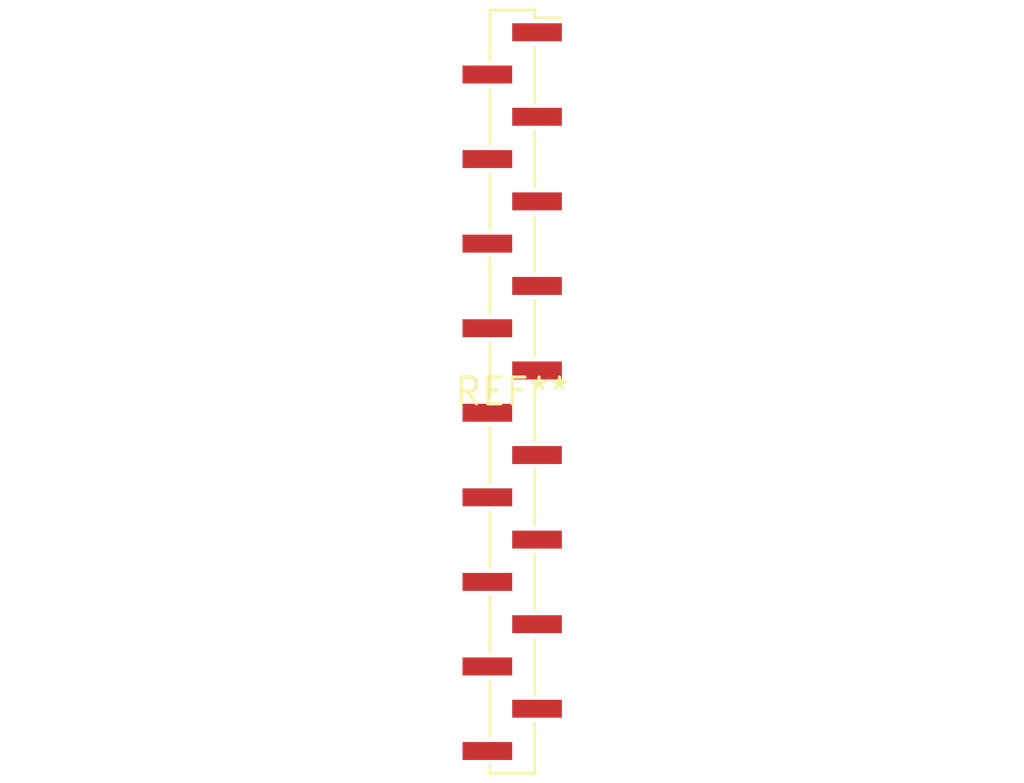
<source format=kicad_pcb>
(kicad_pcb (version 20240108) (generator pcbnew)
  (layers (0 "F.Cu" signal) (31 "B.Cu" signal) (34 "B.Paste" user) (35 "F.Paste" user) (36 "B.SilkS" user "B.Silkscreen") (37 "F.SilkS" user "F.Silkscreen") (38 "B.Mask" user) (39 "F.Mask" user) (44 "Edge.Cuts" user))
  (net 0 "")
  (footprint "PinHeader_1x18_P2.00mm_Vertical_SMD_Pin1Right" (layer "F.Cu") (at 0 0)
    (property "Reference" "REF**")
    (property "Value" "PinHeader_1x18_P2.00mm_Vertical_SMD_Pin1Right")
    (fp_line (start -1.06 -18.06) (end -1.06 -15.685) (layer "F.SilkS") (stroke (width 0.12)))
    (fp_line (start -1.06 -18.06) (end 1.06 -18.06) (layer "F.SilkS") (stroke (width 0.12)))
    (fp_line (start -1.06 -14.315) (end -1.06 -11.685) (layer "F.SilkS") (stroke (width 0.12)))
    (fp_line (start -1.06 -10.315) (end -1.06 -7.685) (layer "F.SilkS") (stroke (width 0.12)))
    (fp_line (start -1.06 -6.315) (end -1.06 -3.685) (layer "F.SilkS") (stroke (width 0.12)))
    (fp_line (start -1.06 -2.315) (end -1.06 0.315) (layer "F.SilkS") (stroke (width 0.12)))
    (fp_line (start -1.06 1.685) (end -1.06 4.315) (layer "F.SilkS") (stroke (width 0.12)))
    (fp_line (start -1.06 5.685) (end -1.06 8.315) (layer "F.SilkS") (stroke (width 0.12)))
    (fp_line (start -1.06 9.685) (end -1.06 12.315) (layer "F.SilkS") (stroke (width 0.12)))
    (fp_line (start -1.06 13.685) (end -1.06 16.315) (layer "F.SilkS") (stroke (width 0.12)))
    (fp_line (start -1.06 17.685) (end -1.06 18.06) (layer "F.SilkS") (stroke (width 0.12)))
    (fp_line (start -1.06 18.06) (end 1.06 18.06) (layer "F.SilkS") (stroke (width 0.12)))
    (fp_line (start 1.06 -18.06) (end 1.06 -17.685) (layer "F.SilkS") (stroke (width 0.12)))
    (fp_line (start 1.06 -17.685) (end 2.29 -17.685) (layer "F.SilkS") (stroke (width 0.12)))
    (fp_line (start 1.06 -16.315) (end 1.06 -13.685) (layer "F.SilkS") (stroke (width 0.12)))
    (fp_line (start 1.06 -12.315) (end 1.06 -9.685) (layer "F.SilkS") (stroke (width 0.12)))
    (fp_line (start 1.06 -8.315) (end 1.06 -5.685) (layer "F.SilkS") (stroke (width 0.12)))
    (fp_line (start 1.06 -4.315) (end 1.06 -1.685) (layer "F.SilkS") (stroke (width 0.12)))
    (fp_line (start 1.06 -0.315) (end 1.06 2.315) (layer "F.SilkS") (stroke (width 0.12)))
    (fp_line (start 1.06 3.685) (end 1.06 6.315) (layer "F.SilkS") (stroke (width 0.12)))
    (fp_line (start 1.06 7.685) (end 1.06 10.315) (layer "F.SilkS") (stroke (width 0.12)))
    (fp_line (start 1.06 11.685) (end 1.06 14.315) (layer "F.SilkS") (stroke (width 0.12)))
    (fp_line (start 1.06 15.685) (end 1.06 18.06) (layer "F.SilkS") (stroke (width 0.12)))
    (pad "1" smd rect (at 1.175 -17) (size 2.35 0.85) (layers "F.Cu" "F.Paste" "F.Mask"))
    (pad "2" smd rect (at -1.175 -15) (size 2.35 0.85) (layers "F.Cu" "F.Paste" "F.Mask"))
    (pad "3" smd rect (at 1.175 -13) (size 2.35 0.85) (layers "F.Cu" "F.Paste" "F.Mask"))
    (pad "4" smd rect (at -1.175 -11) (size 2.35 0.85) (layers "F.Cu" "F.Paste" "F.Mask"))
    (pad "5" smd rect (at 1.175 -9) (size 2.35 0.85) (layers "F.Cu" "F.Paste" "F.Mask"))
    (pad "6" smd rect (at -1.175 -7) (size 2.35 0.85) (layers "F.Cu" "F.Paste" "F.Mask"))
    (pad "7" smd rect (at 1.175 -5) (size 2.35 0.85) (layers "F.Cu" "F.Paste" "F.Mask"))
    (pad "8" smd rect (at -1.175 -3) (size 2.35 0.85) (layers "F.Cu" "F.Paste" "F.Mask"))
    (pad "9" smd rect (at 1.175 -1) (size 2.35 0.85) (layers "F.Cu" "F.Paste" "F.Mask"))
    (pad "10" smd rect (at -1.175 1) (size 2.35 0.85) (layers "F.Cu" "F.Paste" "F.Mask"))
    (pad "11" smd rect (at 1.175 3) (size 2.35 0.85) (layers "F.Cu" "F.Paste" "F.Mask"))
    (pad "12" smd rect (at -1.175 5) (size 2.35 0.85) (layers "F.Cu" "F.Paste" "F.Mask"))
    (pad "13" smd rect (at 1.175 7) (size 2.35 0.85) (layers "F.Cu" "F.Paste" "F.Mask"))
    (pad "14" smd rect (at -1.175 9) (size 2.35 0.85) (layers "F.Cu" "F.Paste" "F.Mask"))
    (pad "15" smd rect (at 1.175 11) (size 2.35 0.85) (layers "F.Cu" "F.Paste" "F.Mask"))
    (pad "16" smd rect (at -1.175 13) (size 2.35 0.85) (layers "F.Cu" "F.Paste" "F.Mask"))
    (pad "17" smd rect (at 1.175 15) (size 2.35 0.85) (layers "F.Cu" "F.Paste" "F.Mask"))
    (pad "18" smd rect (at -1.175 17) (size 2.35 0.85) (layers "F.Cu" "F.Paste" "F.Mask"))
  )
)
</source>
